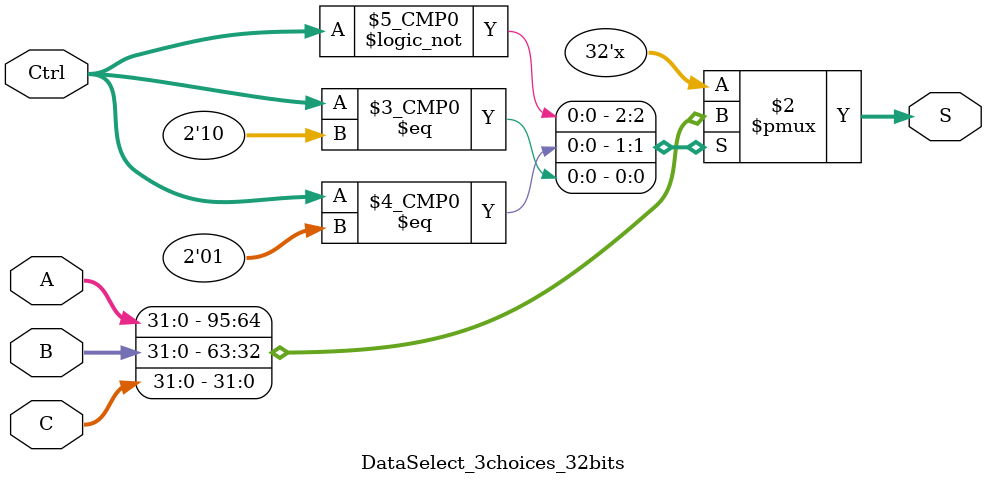
<source format=v>
`timescale 1ns / 1ps

module DataSelect_3choices_32bits(
  input [31:0] A, 
  input [31:0] B,
  input [31:0] C, 
  input [1:0] Ctrl, 
  output reg [31:0] S
);
  always@(Ctrl or A or B or C)
  begin
    case(Ctrl)
    2'b00:
    begin
      S <= A;
    end
    2'b01:
    begin
      S <= B;
    end
    2'b10:
    begin
      S <= C;
    end
    endcase
  end
endmodule

</source>
